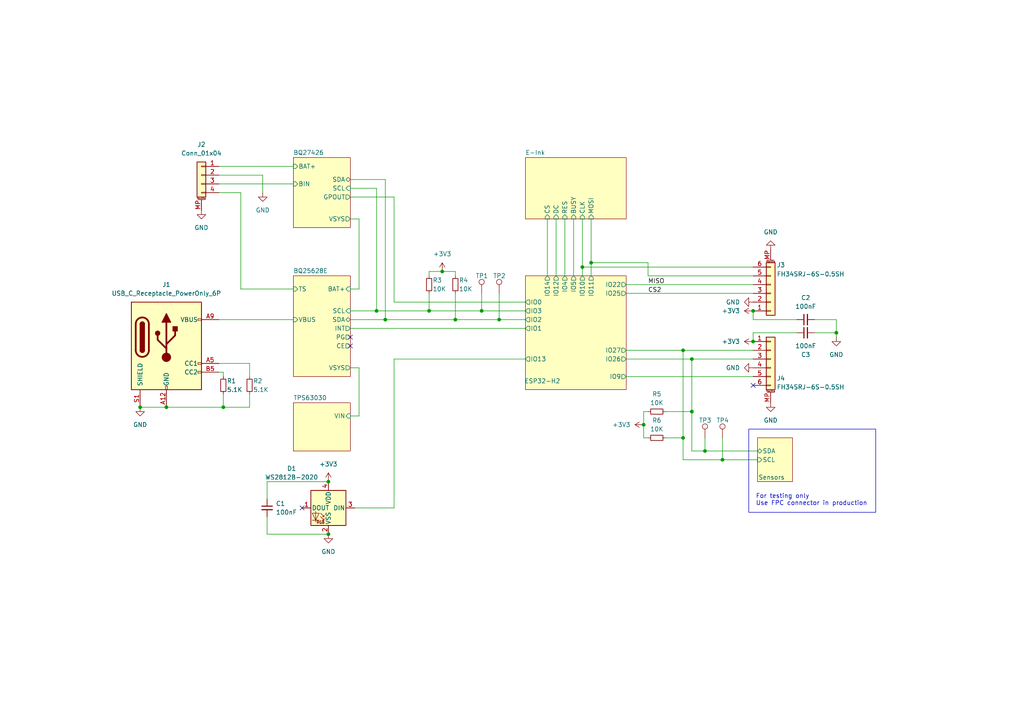
<source format=kicad_sch>
(kicad_sch (version 20231120) (generator "eeschema") (generator_version "8.0")
  (paper "A4")
  (title_block (title "Zigbee-Air-Sensor") (date "2024-03-03") (rev "1.0") (company "Acha"))
  (lib_symbols
    (symbol "Connector:TestPoint" (pin_numbers hide) (pin_names (offset 0.762) hide)
      (property "Reference" "TP" (at 0 6.858 0))
      (property "Value" "TestPoint" (at 0 5.08 0))
      (symbol "TestPoint_0_1"
        (circle (center 0 3.302) (radius 0.762))
      )
      (symbol "TestPoint_1_1"
        (pin passive line (at 0 0 90) (length 2.54) (name "1") (number "1"))
      )
    )
    (symbol "Connector:USB_C_Receptacle_PowerOnly_6P" (pin_names (offset 1.016))
      (property "Reference" "J" (at 0 16.51 0))
      (property "Value" "USB_C_Receptacle_PowerOnly_6P" (at 0 13.97 0))
      (symbol "USB_C_Receptacle_PowerOnly_6P_0_0"
        (rectangle (start -0.254 -12.7) (end 0.254 -11.684))
        (rectangle (start 10.16 -7.366) (end 9.144 -7.874))
        (rectangle (start 10.16 -4.826) (end 9.144 -5.334))
        (rectangle (start 10.16 7.874) (end 9.144 7.366))
      )
      (symbol "USB_C_Receptacle_PowerOnly_6P_0_1"
        (rectangle (start -10.16 12.7) (end 10.16 -12.7) (stroke (width 0.254)) (fill (type background)))
        (arc (start -8.89 -1.27) (mid -6.985 -3.1667) (end -5.08 -1.27) (stroke (width 0.508)))
        (arc (start -7.62 -1.27) (mid -6.985 -1.9023) (end -6.35 -1.27) (stroke (width 0.254)))
        (arc (start -7.62 -1.27) (mid -6.985 -1.9023) (end -6.35 -1.27) (stroke (width 0.254)) (fill (type outline)))
        (rectangle (start -7.62 -1.27) (end -6.35 6.35) (stroke (width 0.254)) (fill (type outline)))
        (arc (start -6.35 6.35) (mid -6.985 6.9823) (end -7.62 6.35) (stroke (width 0.254)))
        (arc (start -6.35 6.35) (mid -6.985 6.9823) (end -7.62 6.35) (stroke (width 0.254)) (fill (type outline)))
        (arc (start -5.08 6.35) (mid -6.985 8.2467) (end -8.89 6.35) (stroke (width 0.508)))
        (circle (center -2.54 3.683) (radius 0.635) (stroke (width 0.254)) (fill (type outline)))
        (circle (center 0 -3.302) (radius 1.27) (fill (type outline)))
        (polyline (pts (xy -8.89 -1.27) (xy -8.89 6.35)) (stroke (width 0.508)))
        (polyline (pts (xy -5.08 6.35) (xy -5.08 -1.27)) (stroke (width 0.508)))
        (polyline (pts (xy 0 -3.302) (xy 0 6.858)) (stroke (width 0.508)))
        (polyline (pts (xy 0 -0.762) (xy -2.54 1.778) (xy -2.54 3.048)) (stroke (width 0.508)))
        (polyline (pts (xy 0 0.508) (xy 2.54 3.048) (xy 2.54 4.318)) (stroke (width 0.508)))
        (polyline (pts (xy -1.27 6.858) (xy 0 9.398) (xy 1.27 6.858) (xy -1.27 6.858)) (stroke (width 0.254)) (fill (type outline)))
        (rectangle (start 1.905 4.318) (end 3.175 5.588) (stroke (width 0.254)) (fill (type outline)))
      )
      (symbol "USB_C_Receptacle_PowerOnly_6P_1_1"
        (pin passive line (at 0 -17.78 90) (length 5.08) (name "GND") (number "A12"))
        (pin bidirectional line (at 15.24 -5.08 180) (length 5.08) (name "CC1") (number "A5"))
        (pin passive line (at 15.24 7.62 180) (length 5.08) (name "VBUS") (number "A9"))
        (pin passive line (at 0 -17.78 90) (length 5.08) hide (name "GND") (number "B12"))
        (pin bidirectional line (at 15.24 -7.62 180) (length 5.08) (name "CC2") (number "B5"))
        (pin passive line (at 15.24 7.62 180) (length 5.08) hide (name "VBUS") (number "B9"))
        (pin passive line (at -7.62 -17.78 90) (length 5.08) (name "SHIELD") (number "S1"))
      )
    )
    (symbol "Connector_Generic_MountingPin:Conn_01x04_MountingPin" (pin_names (offset 1.016) hide)
      (property "Reference" "J" (at 0 5.08 0))
      (property "Value" "Conn_01x04_MountingPin" (at 1.27 -7.62 0))
      (symbol "Conn_01x04_MountingPin_1_1"
        (rectangle (start -1.27 -4.953) (end 0 -5.207) (stroke (width 0.1524)))
        (rectangle (start -1.27 -2.413) (end 0 -2.667) (stroke (width 0.1524)))
        (rectangle (start -1.27 0.127) (end 0 -0.127) (stroke (width 0.1524)))
        (rectangle (start -1.27 2.667) (end 0 2.413) (stroke (width 0.1524)))
        (rectangle (start -1.27 3.81) (end 1.27 -6.35) (stroke (width 0.254)) (fill (type background)))
        (polyline (pts (xy -1.016 -7.112) (xy 1.016 -7.112)) (stroke (width 0.1524)))
        (text "Mounting" (at 0 -6.731 0) (effects (font (size 0.381 0.381))))
        (pin passive line (at -5.08 2.54 0) (length 3.81) (name "Pin_1") (number "1"))
        (pin passive line (at -5.08 0 0) (length 3.81) (name "Pin_2") (number "2"))
        (pin passive line (at -5.08 -2.54 0) (length 3.81) (name "Pin_3") (number "3"))
        (pin passive line (at -5.08 -5.08 0) (length 3.81) (name "Pin_4") (number "4"))
        (pin passive line (at 0 -10.16 90) (length 3.048) (name "MountPin") (number "MP"))
      )
    )
    (symbol "Connector_Generic_MountingPin:Conn_01x06_MountingPin" (pin_names (offset 1.016) hide)
      (property "Reference" "J" (at 0 7.62 0))
      (property "Value" "Conn_01x06_MountingPin" (at 1.27 -10.16 0))
      (symbol "Conn_01x06_MountingPin_1_1"
        (rectangle (start -1.27 -7.493) (end 0 -7.747) (stroke (width 0.1524)))
        (rectangle (start -1.27 -4.953) (end 0 -5.207) (stroke (width 0.1524)))
        (rectangle (start -1.27 -2.413) (end 0 -2.667) (stroke (width 0.1524)))
        (rectangle (start -1.27 0.127) (end 0 -0.127) (stroke (width 0.1524)))
        (rectangle (start -1.27 2.667) (end 0 2.413) (stroke (width 0.1524)))
        (rectangle (start -1.27 5.207) (end 0 4.953) (stroke (width 0.1524)))
        (rectangle (start -1.27 6.35) (end 1.27 -8.89) (stroke (width 0.254)) (fill (type background)))
        (polyline (pts (xy -1.016 -9.652) (xy 1.016 -9.652)) (stroke (width 0.1524)))
        (text "Mounting" (at 0 -9.271 0) (effects (font (size 0.381 0.381))))
        (pin passive line (at -5.08 5.08 0) (length 3.81) (name "Pin_1") (number "1"))
        (pin passive line (at -5.08 2.54 0) (length 3.81) (name "Pin_2") (number "2"))
        (pin passive line (at -5.08 0 0) (length 3.81) (name "Pin_3") (number "3"))
        (pin passive line (at -5.08 -2.54 0) (length 3.81) (name "Pin_4") (number "4"))
        (pin passive line (at -5.08 -5.08 0) (length 3.81) (name "Pin_5") (number "5"))
        (pin passive line (at -5.08 -7.62 0) (length 3.81) (name "Pin_6") (number "6"))
        (pin passive line (at 0 -12.7 90) (length 3.048) (name "MountPin") (number "MP"))
      )
    )
    (symbol "Device:C_Small" (pin_numbers hide) (pin_names (offset 0.254) hide)
      (property "Reference" "C" (at 0.254 1.778 0))
      (property "Value" "C_Small" (at 0.254 -2.032 0))
      (symbol "C_Small_0_1"
        (polyline (pts (xy -1.524 -0.508) (xy 1.524 -0.508)) (stroke (width 0.3302)))
        (polyline (pts (xy -1.524 0.508) (xy 1.524 0.508)) (stroke (width 0.3048)))
      )
      (symbol "C_Small_1_1"
        (pin passive line (at 0 2.54 270) (length 2.032) (name "~") (number "1"))
        (pin passive line (at 0 -2.54 90) (length 2.032) (name "~") (number "2"))
      )
    )
    (symbol "Device:R_Small" (pin_numbers hide) (pin_names (offset 0.254) hide)
      (property "Reference" "R" (at 0.762 0.508 0))
      (property "Value" "R_Small" (at 0.762 -1.016 0))
      (symbol "R_Small_0_1"
        (rectangle (start -0.762 1.778) (end 0.762 -1.778) (stroke (width 0.2032)))
      )
      (symbol "R_Small_1_1"
        (pin passive line (at 0 2.54 270) (length 0.762) (name "~") (number "1"))
        (pin passive line (at 0 -2.54 90) (length 0.762) (name "~") (number "2"))
      )
    )
    (symbol "LED:WS2812B-2020" (pin_names (offset 0.254))
      (property "Reference" "D" (at 5.08 5.715 0))
      (property "Value" "WS2812B-2020" (at 1.27 -5.715 0))
      (symbol "WS2812B-2020_0_0"
        (text "RGB" (at 2.286 -4.191 0) (effects (font (size 0.762 0.762))))
      )
      (symbol "WS2812B-2020_0_1"
        (polyline (pts (xy 1.27 -3.556) (xy 1.778 -3.556)))
        (polyline (pts (xy 1.27 -2.54) (xy 1.778 -2.54)))
        (polyline (pts (xy 4.699 -3.556) (xy 2.667 -3.556)))
        (polyline (pts (xy 2.286 -2.54) (xy 1.27 -3.556) (xy 1.27 -3.048)))
        (polyline (pts (xy 2.286 -1.524) (xy 1.27 -2.54) (xy 1.27 -2.032)))
        (polyline (pts (xy 3.683 -1.016) (xy 3.683 -3.556) (xy 3.683 -4.064)))
        (polyline (pts (xy 4.699 -1.524) (xy 2.667 -1.524) (xy 3.683 -3.556) (xy 4.699 -1.524)))
        (rectangle (start 5.08 5.08) (end -5.08 -5.08) (stroke (width 0.254)) (fill (type background)))
      )
      (symbol "WS2812B-2020_1_1"
        (pin output line (at 7.62 0 180) (length 2.54) (name "DOUT") (number "1"))
        (pin power_in line (at 0 -7.62 90) (length 2.54) (name "VSS") (number "2"))
        (pin input line (at -7.62 0 0) (length 2.54) (name "DIN") (number "3"))
        (pin power_in line (at 0 7.62 270) (length 2.54) (name "VDD") (number "4"))
      )
    )
    (symbol "power:+3V3" (power) (pin_numbers hide) (pin_names (offset 0) hide)
      (property "Value" "+3V3" (at 0 3.556 0))
      (symbol "+3V3_0_1"
        (polyline (pts (xy -0.762 1.27) (xy 0 2.54)))
        (polyline (pts (xy 0 0) (xy 0 2.54)))
        (polyline (pts (xy 0 2.54) (xy 0.762 1.27)))
      )
      (symbol "+3V3_1_1"
        (pin power_in line (at 0 0 90) (length 0) (name "~") (number "1"))
      )
    )
    (symbol "power:GND" (power) (pin_numbers hide) (pin_names (offset 0) hide)
      (property "Value" "GND" (at 0 -3.81 0))
      (symbol "GND_0_1"
        (polyline (pts (xy 0 0) (xy 0 -1.27) (xy 1.27 -1.27) (xy 0 -2.54) (xy -1.27 -1.27) (xy 0 -1.27)))
      )
      (symbol "GND_1_1"
        (pin power_in line (at 0 0 270) (length 0) (name "~") (number "1"))
      )
    )
  )
  (junction (at 186.69 123.19))
  (junction (at 209.55 133.35))
  (junction (at 40.64 118.11))
  (junction (at 111.76 92.71))
  (junction (at 198.12 101.6))
  (junction (at 218.44 99.06))
  (junction (at 64.77 118.11))
  (junction (at 95.25 154.94))
  (junction (at 132.08 92.71))
  (junction (at 218.44 90.17))
  (junction (at 48.26 118.11))
  (junction (at 200.66 119.38))
  (junction (at 95.25 139.7))
  (junction (at 200.66 104.14))
  (junction (at 128.27 78.74))
  (junction (at 171.45 76.2))
  (junction (at 242.57 96.52))
  (junction (at 168.91 77.47))
  (junction (at 144.78 92.71))
  (junction (at 204.47 130.81))
  (junction (at 109.22 90.17))
  (junction (at 139.7 90.17))
  (junction (at 198.12 127))
  (junction (at 124.46 90.17))
  (no_connect (at 101.6 97.79))
  (no_connect (at 101.6 100.33))
  (no_connect (at 87.63 147.32))
  (no_connect (at 218.44 111.76))
  (wire (pts (xy 187.96 127) (xy 186.69 127)))
  (wire (pts (xy 101.6 106.68) (xy 104.14 106.68)))
  (wire (pts (xy 187.96 80.01) (xy 218.44 80.01)))
  (wire (pts (xy 242.57 96.52) (xy 242.57 97.79)))
  (wire (pts (xy 63.5 107.95) (xy 64.77 107.95)))
  (wire (pts (xy 198.12 101.6) (xy 198.12 127)))
  (wire (pts (xy 111.76 92.71) (xy 132.08 92.71)))
  (wire (pts (xy 101.6 92.71) (xy 111.76 92.71)))
  (wire (pts (xy 187.96 80.01) (xy 187.96 76.2)))
  (wire (pts (xy 63.5 55.88) (xy 69.85 55.88)))
  (wire (pts (xy 101.6 52.07) (xy 111.76 52.07)))
  (wire (pts (xy 64.77 118.11) (xy 72.39 118.11)))
  (wire (pts (xy 200.66 119.38) (xy 200.66 130.81)))
  (wire (pts (xy 181.61 101.6) (xy 198.12 101.6)))
  (wire (pts (xy 124.46 80.01) (xy 124.46 78.74)))
  (wire (pts (xy 63.5 105.41) (xy 72.39 105.41)))
  (wire (pts (xy 63.5 53.34) (xy 85.09 53.34)))
  (wire (pts (xy 124.46 78.74) (xy 128.27 78.74)))
  (wire (pts (xy 69.85 55.88) (xy 69.85 83.82)))
  (wire (pts (xy 158.75 63.5) (xy 158.75 80.01)))
  (wire (pts (xy 193.04 127) (xy 198.12 127)))
  (wire (pts (xy 104.14 106.68) (xy 104.14 120.65)))
  (wire (pts (xy 242.57 92.71) (xy 242.57 96.52)))
  (wire (pts (xy 77.47 154.94) (xy 95.25 154.94)))
  (wire (pts (xy 104.14 120.65) (xy 101.6 120.65)))
  (wire (pts (xy 218.44 96.52) (xy 231.14 96.52)))
  (wire (pts (xy 109.22 54.61) (xy 109.22 90.17)))
  (wire (pts (xy 139.7 85.09) (xy 139.7 90.17)))
  (wire (pts (xy 200.66 104.14) (xy 200.66 119.38)))
  (wire (pts (xy 128.27 78.74) (xy 132.08 78.74)))
  (wire (pts (xy 109.22 90.17) (xy 124.46 90.17)))
  (wire (pts (xy 132.08 78.74) (xy 132.08 80.01)))
  (wire (pts (xy 186.69 119.38) (xy 187.96 119.38)))
  (wire (pts (xy 181.61 104.14) (xy 200.66 104.14)))
  (wire (pts (xy 101.6 57.15) (xy 114.3 57.15)))
  (wire (pts (xy 200.66 104.14) (xy 218.44 104.14)))
  (wire (pts (xy 198.12 101.6) (xy 218.44 101.6)))
  (wire (pts (xy 101.6 90.17) (xy 109.22 90.17)))
  (wire (pts (xy 104.14 63.5) (xy 104.14 83.82)))
  (wire (pts (xy 187.96 76.2) (xy 171.45 76.2)))
  (wire (pts (xy 236.22 96.52) (xy 242.57 96.52)))
  (wire (pts (xy 193.04 119.38) (xy 200.66 119.38)))
  (wire (pts (xy 114.3 57.15) (xy 114.3 87.63)))
  (wire (pts (xy 102.87 147.32) (xy 114.3 147.32)))
  (wire (pts (xy 168.91 63.5) (xy 168.91 77.47)))
  (wire (pts (xy 101.6 95.25) (xy 152.4 95.25)))
  (wire (pts (xy 124.46 90.17) (xy 139.7 90.17)))
  (wire (pts (xy 186.69 127) (xy 186.69 123.19)))
  (wire (pts (xy 64.77 118.11) (xy 64.77 114.3)))
  (wire (pts (xy 219.71 133.35) (xy 209.55 133.35)))
  (wire (pts (xy 218.44 99.06) (xy 218.44 96.52)))
  (wire (pts (xy 204.47 130.81) (xy 219.71 130.81)))
  (wire (pts (xy 168.91 77.47) (xy 168.91 80.01)))
  (wire (pts (xy 114.3 104.14) (xy 152.4 104.14)))
  (wire (pts (xy 181.61 85.09) (xy 218.44 85.09)))
  (wire (pts (xy 114.3 147.32) (xy 114.3 104.14)))
  (wire (pts (xy 209.55 127) (xy 209.55 133.35)))
  (wire (pts (xy 161.29 63.5) (xy 161.29 80.01)))
  (wire (pts (xy 76.2 50.8) (xy 63.5 50.8)))
  (wire (pts (xy 132.08 85.09) (xy 132.08 92.71)))
  (wire (pts (xy 171.45 63.5) (xy 171.45 76.2)))
  (wire (pts (xy 181.61 82.55) (xy 218.44 82.55)))
  (wire (pts (xy 236.22 92.71) (xy 242.57 92.71)))
  (wire (pts (xy 132.08 92.71) (xy 144.78 92.71)))
  (wire (pts (xy 163.83 63.5) (xy 163.83 80.01)))
  (wire (pts (xy 218.44 77.47) (xy 168.91 77.47)))
  (wire (pts (xy 171.45 76.2) (xy 171.45 80.01)))
  (wire (pts (xy 124.46 85.09) (xy 124.46 90.17)))
  (wire (pts (xy 69.85 83.82) (xy 85.09 83.82)))
  (wire (pts (xy 101.6 54.61) (xy 109.22 54.61)))
  (wire (pts (xy 186.69 123.19) (xy 186.69 119.38)))
  (wire (pts (xy 200.66 130.81) (xy 204.47 130.81)))
  (wire (pts (xy 63.5 92.71) (xy 85.09 92.71)))
  (wire (pts (xy 40.64 118.11) (xy 48.26 118.11)))
  (wire (pts (xy 111.76 52.07) (xy 111.76 92.71)))
  (wire (pts (xy 204.47 127) (xy 204.47 130.81)))
  (wire (pts (xy 72.39 118.11) (xy 72.39 114.3)))
  (wire (pts (xy 63.5 48.26) (xy 85.09 48.26)))
  (wire (pts (xy 139.7 90.17) (xy 152.4 90.17)))
  (wire (pts (xy 77.47 139.7) (xy 77.47 144.78)))
  (wire (pts (xy 218.44 90.17) (xy 218.44 92.71)))
  (wire (pts (xy 95.25 139.7) (xy 77.47 139.7)))
  (wire (pts (xy 144.78 92.71) (xy 152.4 92.71)))
  (wire (pts (xy 218.44 92.71) (xy 231.14 92.71)))
  (wire (pts (xy 104.14 83.82) (xy 101.6 83.82)))
  (wire (pts (xy 72.39 105.41) (xy 72.39 109.22)))
  (wire (pts (xy 114.3 87.63) (xy 152.4 87.63)))
  (wire (pts (xy 64.77 107.95) (xy 64.77 109.22)))
  (wire (pts (xy 181.61 109.22) (xy 218.44 109.22)))
  (wire (pts (xy 166.37 63.5) (xy 166.37 80.01)))
  (wire (pts (xy 76.2 50.8) (xy 76.2 55.88)))
  (wire (pts (xy 198.12 127) (xy 198.12 133.35)))
  (wire (pts (xy 209.55 133.35) (xy 198.12 133.35)))
  (wire (pts (xy 101.6 63.5) (xy 104.14 63.5)))
  (wire (pts (xy 144.78 85.09) (xy 144.78 92.71)))
  (wire (pts (xy 77.47 149.86) (xy 77.47 154.94)))
  (wire (pts (xy 48.26 118.11) (xy 64.77 118.11)))
  (rectangle (start 217.17 124.46) (end 254 148.59))
  (text "For testing only\nUse FPC connector in production" (at 219.202 145.034 0) (effects (font (size 1.27 1.27)) (justify left)))
  (label "CS2" (at 187.96 85.09 0))
  (label "MISO" (at 187.96 82.55 0))
  (symbol (lib_id "power:GND") (at 223.52 72.39 0) (mirror x) (unit 1)
    (property "Reference" "#PWR012" (effects (hide yes)))
    (property "Value" "GND" (at 223.52 67.31 0))
    (property "Description" "Power symbol creates a global label with name \"GND\" , ground" (effects (hide yes)))
  )
  (symbol (lib_id "power:+3V3") (at 186.69 123.19 90) (unit 1)
    (property "Reference" "#PWR07" (effects (hide yes)))
    (property "Value" "+3V3" (at 182.88 123.1899 90) (effects (justify left)))
    (property "Description" "Power symbol creates a global label with name \"+3V3\"" (effects (hide yes)))
  )
  (symbol (lib_id "Connector:USB_C_Receptacle_PowerOnly_6P") (at 48.26 100.33 0) (unit 1)
    (property "Reference" "J1" (at 48.26 82.55 0))
    (property "Value" "USB_C_Receptacle_PowerOnly_6P" (at 48.26 85.09 0))
    (property "Footprint" "Connector_USB:USB_C_Receptacle_GCT_USB4125-xx-x_6P_TopMnt_Horizontal" (effects (hide yes)))
    (property "Datasheet" "https://www.usb.org/sites/default/files/documents/usb_type-c.zip" (effects (hide yes)))
    (property "Description" "USB Power-Only 6P Type-C Receptacle connector" (effects (hide yes)))
  )
  (symbol (lib_id "Connector_Generic_MountingPin:Conn_01x04_MountingPin") (at 58.42 50.8 0) (mirror y) (unit 1)
    (property "Reference" "J2" (at 58.42 41.91 0))
    (property "Value" "Conn_01x04" (at 58.42 44.45 0))
    (property "Footprint" "Connector_Molex:Molex_PicoBlade_53261-0471_1x04-1MP_P1.25mm_Horizontal" (effects (hide yes)))
    (property "Description" "Generic connectable mounting pin connector, single row, 01x04, script generated (kicad-library-utils/schlib/autogen/connector/)" (effects (hide yes)))
  )
  (symbol (lib_id "Connector:TestPoint") (at 139.7 85.09 0) (unit 1)
    (property "Reference" "TP1" (at 137.922 80.01 0) (effects (justify left)))
    (property "Value" "TestPoint" (effects (hide yes)))
    (property "Footprint" "Zigbee-Air-Sensor:TestPoint_Pad_D0.6mm" (effects (hide yes)))
    (property "Description" "test point" (effects (hide yes)))
  )
  (symbol (lib_id "LED:WS2812B-2020") (at 95.25 147.32 0) (mirror y) (unit 1)
    (property "Reference" "D1" (at 84.582 135.89 0))
    (property "Value" "WS2812B-2020" (at 84.582 138.43 0))
    (property "Footprint" "LED_SMD:LED_WS2812B-2020_PLCC4_2.0x2.0mm" (effects (hide yes)))
    (property "Datasheet" "https://cdn-shop.adafruit.com/product-files/4684/4684_WS2812B-2020_V1.3_EN.pdf" (effects (hide yes)))
    (property "Description" "RGB LED with integrated controller, 2.0 x 2.0 mm, 12 mA" (effects (hide yes)))
  )
  (symbol (lib_id "Connector:TestPoint") (at 204.47 127 0) (unit 1)
    (property "Reference" "TP3" (at 202.692 121.92 0) (effects (justify left)))
    (property "Value" "TestPoint" (effects (hide yes)))
    (property "Footprint" "Zigbee-Air-Sensor:TestPoint_Pad_D0.6mm" (effects (hide yes)))
    (property "Description" "test point" (effects (hide yes)))
  )
  (symbol (lib_id "power:+3V3") (at 218.44 90.17 90) (unit 1)
    (property "Reference" "#PWR09" (effects (hide yes)))
    (property "Value" "+3V3" (at 214.63 90.1699 90) (effects (justify left)))
    (property "Description" "Power symbol creates a global label with name \"+3V3\"" (effects (hide yes)))
  )
  (symbol (lib_id "power:GND") (at 76.2 55.88 0) (unit 1)
    (property "Reference" "#PWR03" (effects (hide yes)))
    (property "Value" "GND" (at 76.2 60.96 0))
    (property "Description" "Power symbol creates a global label with name \"GND\" , ground" (effects (hide yes)))
  )
  (symbol (lib_id "Device:R_Small") (at 64.77 111.76 0) (unit 1)
    (property "Reference" "R1" (at 65.786 110.49 0) (effects (justify left)))
    (property "Value" "5.1K" (at 65.786 113.03 0) (effects (justify left)))
    (property "Footprint" "Resistor_SMD:R_0402_1005Metric" (effects (hide yes)))
    (property "Description" "Resistor, small symbol" (effects (hide yes)))
  )
  (symbol (lib_id "power:GND") (at 58.42 60.96 0) (unit 1)
    (property "Reference" "#PWR02" (effects (hide yes)))
    (property "Value" "GND" (at 58.42 66.04 0))
    (property "Description" "Power symbol creates a global label with name \"GND\" , ground" (effects (hide yes)))
  )
  (symbol (lib_id "Connector:TestPoint") (at 144.78 85.09 0) (unit 1)
    (property "Reference" "TP2" (at 143.002 80.01 0) (effects (justify left)))
    (property "Value" "TestPoint" (effects (hide yes)))
    (property "Footprint" "Zigbee-Air-Sensor:TestPoint_Pad_D0.6mm" (effects (hide yes)))
    (property "Description" "test point" (effects (hide yes)))
  )
  (symbol (lib_id "Device:R_Small") (at 124.46 82.55 0) (unit 1)
    (property "Reference" "R3" (at 125.476 81.28 0) (effects (justify left)))
    (property "Value" "10K" (at 125.476 83.82 0) (effects (justify left)))
    (property "Footprint" "Resistor_SMD:R_0402_1005Metric" (effects (hide yes)))
    (property "Description" "Resistor, small symbol" (effects (hide yes)))
  )
  (symbol (lib_id "Device:C_Small") (at 77.47 147.32 0) (unit 1)
    (property "Reference" "C1" (at 80.01 146.0562 0) (effects (justify left)))
    (property "Value" "100nF" (at 80.01 148.5962 0) (effects (justify left)))
    (property "Footprint" "Capacitor_SMD:C_0402_1005Metric" (effects (hide yes)))
    (property "Description" "Unpolarized capacitor, small symbol" (effects (hide yes)))
  )
  (symbol (lib_id "Device:R_Small") (at 190.5 119.38 90) (unit 1)
    (property "Reference" "R5" (at 190.5 114.3 90))
    (property "Value" "10K" (at 190.5 116.84 90))
    (property "Footprint" "Resistor_SMD:R_0402_1005Metric" (effects (hide yes)))
    (property "Description" "Resistor, small symbol" (effects (hide yes)))
  )
  (symbol (lib_id "Connector_Generic_MountingPin:Conn_01x06_MountingPin") (at 223.52 85.09 0) (mirror x) (unit 1)
    (property "Reference" "J3" (at 225.298 76.8603 0) (effects (justify left)))
    (property "Value" "FH34SRJ-6S-0.5SH" (at 225.298 79.502 0) (effects (justify left)))
    (property "Footprint" "Zigbee-Air-Sensor:Hirose_FH34SRJ-6S-0.5SH_1x06-1MP_P0.50mm_Horizontal" (effects (hide yes)))
    (property "Description" "Generic connectable mounting pin connector, single row, 01x06, script generated (kicad-library-utils/schlib/autogen/connector/)" (effects (hide yes)))
  )
  (symbol (lib_id "power:GND") (at 218.44 87.63 270) (unit 1)
    (property "Reference" "#PWR08" (effects (hide yes)))
    (property "Value" "GND" (at 214.63 87.6299 90) (effects (justify right)))
    (property "Description" "Power symbol creates a global label with name \"GND\" , ground" (effects (hide yes)))
  )
  (symbol (lib_id "power:GND") (at 223.52 116.84 0) (unit 1)
    (property "Reference" "#PWR013" (effects (hide yes)))
    (property "Value" "GND" (at 223.52 121.92 0))
    (property "Description" "Power symbol creates a global label with name \"GND\" , ground" (effects (hide yes)))
  )
  (symbol (lib_id "power:+3V3") (at 128.27 78.74 0) (unit 1)
    (property "Reference" "#PWR06" (effects (hide yes)))
    (property "Value" "+3V3" (at 128.27 73.66 0))
    (property "Description" "Power symbol creates a global label with name \"+3V3\"" (effects (hide yes)))
  )
  (symbol (lib_id "Device:C_Small") (at 233.68 96.52 90) (mirror x) (unit 1)
    (property "Reference" "C3" (at 233.6863 102.87 90))
    (property "Value" "100nF" (at 233.6863 100.33 90))
    (property "Footprint" "Capacitor_SMD:C_0402_1005Metric" (effects (hide yes)))
    (property "Description" "Unpolarized capacitor, small symbol" (effects (hide yes)))
  )
  (symbol (lib_id "power:GND") (at 40.64 118.11 0) (unit 1)
    (property "Reference" "#PWR01" (effects (hide yes)))
    (property "Value" "GND" (at 40.64 123.19 0))
    (property "Description" "Power symbol creates a global label with name \"GND\" , ground" (effects (hide yes)))
  )
  (symbol (lib_id "Device:R_Small") (at 190.5 127 90) (unit 1)
    (property "Reference" "R6" (at 190.5 121.92 90))
    (property "Value" "10K" (at 190.5 124.46 90))
    (property "Footprint" "Resistor_SMD:R_0402_1005Metric" (effects (hide yes)))
    (property "Description" "Resistor, small symbol" (effects (hide yes)))
  )
  (symbol (lib_id "power:GND") (at 218.44 106.68 270) (unit 1)
    (property "Reference" "#PWR011" (effects (hide yes)))
    (property "Value" "GND" (at 214.63 106.6799 90) (effects (justify right)))
    (property "Description" "Power symbol creates a global label with name \"GND\" , ground" (effects (hide yes)))
  )
  (symbol (lib_id "power:GND") (at 95.25 154.94 0) (unit 1)
    (property "Reference" "#PWR05" (effects (hide yes)))
    (property "Value" "GND" (at 95.25 160.02 0))
    (property "Description" "Power symbol creates a global label with name \"GND\" , ground" (effects (hide yes)))
  )
  (symbol (lib_id "Connector_Generic_MountingPin:Conn_01x06_MountingPin") (at 223.52 104.14 0) (unit 1)
    (property "Reference" "J4" (at 225.298 109.728 0) (effects (justify left)))
    (property "Value" "FH34SRJ-6S-0.5SH" (at 225.298 112.268 0) (effects (justify left)))
    (property "Footprint" "Zigbee-Air-Sensor:Hirose_FH34SRJ-6S-0.5SH_1x06-1MP_P0.50mm_Horizontal" (effects (hide yes)))
    (property "Description" "Generic connectable mounting pin connector, single row, 01x06, script generated (kicad-library-utils/schlib/autogen/connector/)" (effects (hide yes)))
  )
  (symbol (lib_id "Device:R_Small") (at 72.39 111.76 0) (unit 1)
    (property "Reference" "R2" (at 73.406 110.49 0) (effects (justify left)))
    (property "Value" "5.1K" (at 73.406 113.03 0) (effects (justify left)))
    (property "Footprint" "Resistor_SMD:R_0402_1005Metric" (effects (hide yes)))
    (property "Description" "Resistor, small symbol" (effects (hide yes)))
  )
  (symbol (lib_id "power:GND") (at 242.57 97.79 0) (mirror y) (unit 1)
    (property "Reference" "#PWR014" (effects (hide yes)))
    (property "Value" "GND" (at 242.57 102.87 0))
    (property "Description" "Power symbol creates a global label with name \"GND\" , ground" (effects (hide yes)))
  )
  (symbol (lib_id "power:+3V3") (at 95.25 139.7 0) (unit 1)
    (property "Reference" "#PWR04" (effects (hide yes)))
    (property "Value" "+3V3" (at 95.25 134.62 0))
    (property "Description" "Power symbol creates a global label with name \"+3V3\"" (effects (hide yes)))
  )
  (symbol (lib_id "Device:R_Small") (at 132.08 82.55 0) (unit 1)
    (property "Reference" "R4" (at 133.096 81.28 0) (effects (justify left)))
    (property "Value" "10K" (at 133.096 83.82 0) (effects (justify left)))
    (property "Footprint" "Resistor_SMD:R_0402_1005Metric" (effects (hide yes)))
    (property "Description" "Resistor, small symbol" (effects (hide yes)))
  )
  (symbol (lib_id "power:+3V3") (at 218.44 99.06 90) (unit 1)
    (property "Reference" "#PWR010" (effects (hide yes)))
    (property "Value" "+3V3" (at 214.63 99.0599 90) (effects (justify left)))
    (property "Description" "Power symbol creates a global label with name \"+3V3\"" (effects (hide yes)))
  )
  (symbol (lib_id "Device:C_Small") (at 233.68 92.71 90) (unit 1)
    (property "Reference" "C2" (at 233.6863 86.36 90))
    (property "Value" "100nF" (at 233.6863 88.9 90))
    (property "Footprint" "Capacitor_SMD:C_0402_1005Metric" (effects (hide yes)))
    (property "Description" "Unpolarized capacitor, small symbol" (effects (hide yes)))
  )
  (symbol (lib_id "Connector:TestPoint") (at 209.55 127 0) (unit 1)
    (property "Reference" "TP4" (at 207.772 121.92 0) (effects (justify left)))
    (property "Value" "TestPoint" (effects (hide yes)))
    (property "Footprint" "Zigbee-Air-Sensor:TestPoint_Pad_D0.6mm" (effects (hide yes)))
    (property "Description" "test point" (effects (hide yes)))
  )
  (sheet (at 85.09 80.01) (size 16.51 29.21) (stroke (width 0.1524)) (fill (color 255 255 194 1.0000))
    (property "Sheetname" "BQ25628E" (at 85.09 79.2984 0) (effects (justify left bottom)))
    (property "Sheetfile" "BQ25628E.kicad_sch" (effects (hide yes)))
    (pin "SCL" input (at 101.6 90.17 0))
    (pin "CE" output (at 101.6 100.33 0))
    (pin "INT" output (at 101.6 95.25 0))
    (pin "PG" output (at 101.6 97.79 0))
    (pin "SDA" bidirectional (at 101.6 92.71 0))
    (pin "BAT+" input (at 101.6 83.82 0))
    (pin "TS" input (at 85.09 83.82 180))
    (pin "VBUS" input (at 85.09 92.71 180))
    (pin "VSYS" output (at 101.6 106.68 0))
  )
  (sheet (at 85.09 45.72) (size 16.51 20.32) (stroke (width 0.1524)) (fill (color 255 255 194 1.0000))
    (property "Sheetname" "BQ27426" (at 85.09 45.0084 0) (effects (justify left bottom)))
    (property "Sheetfile" "BQ27426.kicad_sch" (effects (hide yes)))
    (pin "VSYS" output (at 101.6 63.5 0))
    (pin "SDA" bidirectional (at 101.6 52.07 0))
    (pin "SCL" input (at 101.6 54.61 0))
    (pin "GPOUT" output (at 101.6 57.15 0))
    (pin "BAT+" input (at 85.09 48.26 180))
    (pin "BIN" input (at 85.09 53.34 180))
  )
  (sheet (at 219.71 127) (size 10.16 12.7) (stroke (width 0.1524)) (fill (color 255 255 194 1.0000))
    (property "Sheetname" "Sensors" (at 219.964 139.192 0) (effects (justify left bottom)))
    (property "Sheetfile" "Sensors.kicad_sch" (effects (hide yes)))
    (pin "SCL" input (at 219.71 133.35 180))
    (pin "SDA" bidirectional (at 219.71 130.81 180))
  )
  (sheet (at 85.09 116.84) (size 16.51 13.97) (stroke (width 0.1524)) (fill (color 255 255 194 1.0000))
    (property "Sheetname" "TPS63030" (at 85.09 116.1284 0) (effects (justify left bottom)))
    (property "Sheetfile" "TPS63030.kicad_sch" (effects (hide yes)))
    (pin "VIN" input (at 101.6 120.65 0))
  )
  (sheet (at 152.4 45.72) (size 29.21 17.78) (stroke (width 0.1524)) (fill (color 255 255 194 1.0000))
    (property "Sheetname" "E-Ink" (at 152.4 45.0084 0) (effects (justify left bottom)))
    (property "Sheetfile" "EInk.kicad_sch" (effects (hide yes)))
    (pin "DC" input (at 161.29 63.5 270))
    (pin "BUSY" input (at 166.37 63.5 270))
    (pin "RES" input (at 163.83 63.5 270))
    (pin "CS" input (at 158.75 63.5 270))
    (pin "CLK" input (at 168.91 63.5 270))
    (pin "MOSI" input (at 171.45 63.5 270))
  )
  (sheet (at 152.4 80.01) (size 29.21 33.02) (stroke (width 0.1524)) (fill (color 255 255 194 1.0000))
    (property "Sheetname" "ESP32-H2" (at 152.146 111.252 0) (effects (justify left bottom)))
    (property "Sheetfile" "ESP32-H2.kicad_sch" (effects (hide yes)))
    (pin "IO0" output (at 152.4 87.63 180))
    (pin "IO1" output (at 152.4 95.25 180))
    (pin "IO4" output (at 163.83 80.01 90))
    (pin "IO5" output (at 166.37 80.01 90))
    (pin "IO11" output (at 171.45 80.01 90))
    (pin "IO10" output (at 168.91 80.01 90))
    (pin "IO12" output (at 161.29 80.01 90))
    (pin "IO14" output (at 158.75 80.01 90))
    (pin "IO25" output (at 181.61 85.09 0))
    (pin "IO22" output (at 181.61 82.55 0))
    (pin "IO26" output (at 181.61 104.14 0))
    (pin "IO27" output (at 181.61 101.6 0))
    (pin "IO3" output (at 152.4 90.17 180))
    (pin "IO2" output (at 152.4 92.71 180))
    (pin "IO9" output (at 181.61 109.22 0))
    (pin "IO13" output (at 152.4 104.14 180))
  )
)
</source>
